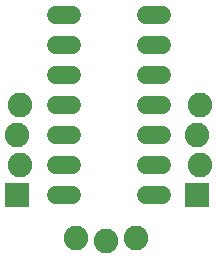
<source format=gts>
G75*
G70*
%OFA0B0*%
%FSLAX24Y24*%
%IPPOS*%
%LPD*%
%AMOC8*
5,1,8,0,0,1.08239X$1,22.5*
%
%ADD10C,0.0600*%
%ADD11R,0.0820X0.0820*%
%ADD12C,0.0820*%
D10*
X003993Y003468D02*
X004513Y003468D01*
X004513Y004468D02*
X003993Y004468D01*
X003993Y005468D02*
X004513Y005468D01*
X004513Y006468D02*
X003993Y006468D01*
X003993Y007468D02*
X004513Y007468D01*
X004513Y008468D02*
X003993Y008468D01*
X003993Y009468D02*
X004513Y009468D01*
X006993Y009468D02*
X007513Y009468D01*
X007513Y008468D02*
X006993Y008468D01*
X006993Y007468D02*
X007513Y007468D01*
X007513Y006468D02*
X006993Y006468D01*
X006993Y005468D02*
X007513Y005468D01*
X007513Y004468D02*
X006993Y004468D01*
X006993Y003468D02*
X007513Y003468D01*
D11*
X002703Y003468D03*
X008703Y003468D03*
D12*
X008803Y004468D03*
X008703Y005468D03*
X008803Y006468D03*
X006658Y002054D03*
X005658Y001954D03*
X004658Y002054D03*
X002803Y004468D03*
X002703Y005468D03*
X002803Y006468D03*
M02*

</source>
